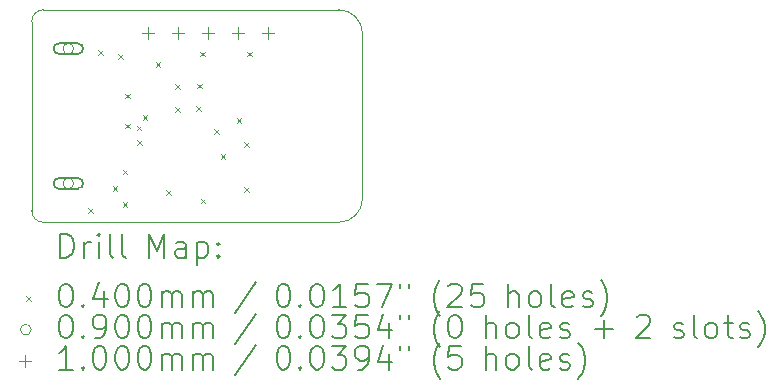
<source format=gbr>
%TF.GenerationSoftware,KiCad,Pcbnew,(7.0.0)*%
%TF.CreationDate,2023-02-23T15:33:38+08:00*%
%TF.ProjectId,CK,434b2e6b-6963-4616-945f-706362585858,rev?*%
%TF.SameCoordinates,Original*%
%TF.FileFunction,Drillmap*%
%TF.FilePolarity,Positive*%
%FSLAX45Y45*%
G04 Gerber Fmt 4.5, Leading zero omitted, Abs format (unit mm)*
G04 Created by KiCad (PCBNEW (7.0.0)) date 2023-02-23 15:33:38*
%MOMM*%
%LPD*%
G01*
G04 APERTURE LIST*
%ADD10C,0.100000*%
%ADD11C,0.200000*%
%ADD12C,0.040000*%
%ADD13C,0.090000*%
G04 APERTURE END LIST*
D10*
X12030000Y-9830000D02*
G75*
G03*
X11830000Y-9630000I-200000J0D01*
G01*
X9330000Y-11430000D02*
X11830000Y-11430000D01*
X12030000Y-11230000D02*
X12030000Y-9830000D01*
X9230000Y-11330000D02*
G75*
G03*
X9330000Y-11430000I100000J0D01*
G01*
X11830000Y-11430000D02*
G75*
G03*
X12030000Y-11230000I0J200000D01*
G01*
X9230000Y-9730000D02*
X9230000Y-11330000D01*
X11830000Y-9630000D02*
X9330000Y-9630000D01*
X9330000Y-9630000D02*
G75*
G03*
X9230000Y-9730000I0J-100000D01*
G01*
D11*
D12*
X9710000Y-11310000D02*
X9750000Y-11350000D01*
X9750000Y-11310000D02*
X9710000Y-11350000D01*
X9790000Y-9970000D02*
X9830000Y-10010000D01*
X9830000Y-9970000D02*
X9790000Y-10010000D01*
X9916300Y-11125000D02*
X9956300Y-11165000D01*
X9956300Y-11125000D02*
X9916300Y-11165000D01*
X9960000Y-10005000D02*
X10000000Y-10045000D01*
X10000000Y-10005000D02*
X9960000Y-10045000D01*
X10000000Y-11260000D02*
X10040000Y-11300000D01*
X10040000Y-11260000D02*
X10000000Y-11300000D01*
X10001250Y-10983750D02*
X10041250Y-11023750D01*
X10041250Y-10983750D02*
X10001250Y-11023750D01*
X10020000Y-10340000D02*
X10060000Y-10380000D01*
X10060000Y-10340000D02*
X10020000Y-10380000D01*
X10020000Y-10595000D02*
X10060000Y-10635000D01*
X10060000Y-10595000D02*
X10020000Y-10635000D01*
X10118660Y-10611008D02*
X10158660Y-10651008D01*
X10158660Y-10611008D02*
X10118660Y-10651008D01*
X10120000Y-10735000D02*
X10160000Y-10775000D01*
X10160000Y-10735000D02*
X10120000Y-10775000D01*
X10170000Y-10525000D02*
X10210000Y-10565000D01*
X10210000Y-10525000D02*
X10170000Y-10565000D01*
X10280000Y-10075000D02*
X10320000Y-10115000D01*
X10320000Y-10075000D02*
X10280000Y-10115000D01*
X10370000Y-11156000D02*
X10410000Y-11196000D01*
X10410000Y-11156000D02*
X10370000Y-11196000D01*
X10445000Y-10260000D02*
X10485000Y-10300000D01*
X10485000Y-10260000D02*
X10445000Y-10300000D01*
X10445000Y-10455000D02*
X10485000Y-10495000D01*
X10485000Y-10455000D02*
X10445000Y-10495000D01*
X10622500Y-10447500D02*
X10662500Y-10487500D01*
X10662500Y-10447500D02*
X10622500Y-10487500D01*
X10630000Y-10255000D02*
X10670000Y-10295000D01*
X10670000Y-10255000D02*
X10630000Y-10295000D01*
X10655000Y-9985000D02*
X10695000Y-10025000D01*
X10695000Y-9985000D02*
X10655000Y-10025000D01*
X10660000Y-11230000D02*
X10700000Y-11270000D01*
X10700000Y-11230000D02*
X10660000Y-11270000D01*
X10775000Y-10640000D02*
X10815000Y-10680000D01*
X10815000Y-10640000D02*
X10775000Y-10680000D01*
X10830000Y-10850000D02*
X10870000Y-10890000D01*
X10870000Y-10850000D02*
X10830000Y-10890000D01*
X10965000Y-10545000D02*
X11005000Y-10585000D01*
X11005000Y-10545000D02*
X10965000Y-10585000D01*
X11030000Y-10750000D02*
X11070000Y-10790000D01*
X11070000Y-10750000D02*
X11030000Y-10790000D01*
X11030000Y-11130000D02*
X11070000Y-11170000D01*
X11070000Y-11130000D02*
X11030000Y-11170000D01*
X11055000Y-9985000D02*
X11095000Y-10025000D01*
X11095000Y-9985000D02*
X11055000Y-10025000D01*
D13*
X9585000Y-9960000D02*
G75*
G03*
X9585000Y-9960000I-45000J0D01*
G01*
D11*
X9620000Y-9915000D02*
X9460000Y-9915000D01*
X9460000Y-9915000D02*
G75*
G03*
X9460000Y-10005000I0J-45000D01*
G01*
X9460000Y-10005000D02*
X9620000Y-10005000D01*
X9620000Y-10005000D02*
G75*
G03*
X9620000Y-9915000I0J45000D01*
G01*
D13*
X9585000Y-11100000D02*
G75*
G03*
X9585000Y-11100000I-45000J0D01*
G01*
D11*
X9620000Y-11055000D02*
X9460000Y-11055000D01*
X9460000Y-11055000D02*
G75*
G03*
X9460000Y-11145000I0J-45000D01*
G01*
X9460000Y-11145000D02*
X9620000Y-11145000D01*
X9620000Y-11145000D02*
G75*
G03*
X9620000Y-11055000I0J45000D01*
G01*
D10*
X10216000Y-9775000D02*
X10216000Y-9875000D01*
X10166000Y-9825000D02*
X10266000Y-9825000D01*
X10470000Y-9775000D02*
X10470000Y-9875000D01*
X10420000Y-9825000D02*
X10520000Y-9825000D01*
X10724000Y-9775000D02*
X10724000Y-9875000D01*
X10674000Y-9825000D02*
X10774000Y-9825000D01*
X10978000Y-9775000D02*
X10978000Y-9875000D01*
X10928000Y-9825000D02*
X11028000Y-9825000D01*
X11232000Y-9775000D02*
X11232000Y-9875000D01*
X11182000Y-9825000D02*
X11282000Y-9825000D01*
D11*
X9472619Y-11728476D02*
X9472619Y-11528476D01*
X9472619Y-11528476D02*
X9520238Y-11528476D01*
X9520238Y-11528476D02*
X9548810Y-11538000D01*
X9548810Y-11538000D02*
X9567857Y-11557048D01*
X9567857Y-11557048D02*
X9577381Y-11576095D01*
X9577381Y-11576095D02*
X9586905Y-11614190D01*
X9586905Y-11614190D02*
X9586905Y-11642762D01*
X9586905Y-11642762D02*
X9577381Y-11680857D01*
X9577381Y-11680857D02*
X9567857Y-11699905D01*
X9567857Y-11699905D02*
X9548810Y-11718952D01*
X9548810Y-11718952D02*
X9520238Y-11728476D01*
X9520238Y-11728476D02*
X9472619Y-11728476D01*
X9672619Y-11728476D02*
X9672619Y-11595143D01*
X9672619Y-11633238D02*
X9682143Y-11614190D01*
X9682143Y-11614190D02*
X9691667Y-11604667D01*
X9691667Y-11604667D02*
X9710714Y-11595143D01*
X9710714Y-11595143D02*
X9729762Y-11595143D01*
X9796429Y-11728476D02*
X9796429Y-11595143D01*
X9796429Y-11528476D02*
X9786905Y-11538000D01*
X9786905Y-11538000D02*
X9796429Y-11547524D01*
X9796429Y-11547524D02*
X9805952Y-11538000D01*
X9805952Y-11538000D02*
X9796429Y-11528476D01*
X9796429Y-11528476D02*
X9796429Y-11547524D01*
X9920238Y-11728476D02*
X9901190Y-11718952D01*
X9901190Y-11718952D02*
X9891667Y-11699905D01*
X9891667Y-11699905D02*
X9891667Y-11528476D01*
X10025000Y-11728476D02*
X10005952Y-11718952D01*
X10005952Y-11718952D02*
X9996429Y-11699905D01*
X9996429Y-11699905D02*
X9996429Y-11528476D01*
X10221190Y-11728476D02*
X10221190Y-11528476D01*
X10221190Y-11528476D02*
X10287857Y-11671333D01*
X10287857Y-11671333D02*
X10354524Y-11528476D01*
X10354524Y-11528476D02*
X10354524Y-11728476D01*
X10535476Y-11728476D02*
X10535476Y-11623714D01*
X10535476Y-11623714D02*
X10525952Y-11604667D01*
X10525952Y-11604667D02*
X10506905Y-11595143D01*
X10506905Y-11595143D02*
X10468809Y-11595143D01*
X10468809Y-11595143D02*
X10449762Y-11604667D01*
X10535476Y-11718952D02*
X10516429Y-11728476D01*
X10516429Y-11728476D02*
X10468809Y-11728476D01*
X10468809Y-11728476D02*
X10449762Y-11718952D01*
X10449762Y-11718952D02*
X10440238Y-11699905D01*
X10440238Y-11699905D02*
X10440238Y-11680857D01*
X10440238Y-11680857D02*
X10449762Y-11661809D01*
X10449762Y-11661809D02*
X10468809Y-11652286D01*
X10468809Y-11652286D02*
X10516429Y-11652286D01*
X10516429Y-11652286D02*
X10535476Y-11642762D01*
X10630714Y-11595143D02*
X10630714Y-11795143D01*
X10630714Y-11604667D02*
X10649762Y-11595143D01*
X10649762Y-11595143D02*
X10687857Y-11595143D01*
X10687857Y-11595143D02*
X10706905Y-11604667D01*
X10706905Y-11604667D02*
X10716429Y-11614190D01*
X10716429Y-11614190D02*
X10725952Y-11633238D01*
X10725952Y-11633238D02*
X10725952Y-11690381D01*
X10725952Y-11690381D02*
X10716429Y-11709428D01*
X10716429Y-11709428D02*
X10706905Y-11718952D01*
X10706905Y-11718952D02*
X10687857Y-11728476D01*
X10687857Y-11728476D02*
X10649762Y-11728476D01*
X10649762Y-11728476D02*
X10630714Y-11718952D01*
X10811667Y-11709428D02*
X10821190Y-11718952D01*
X10821190Y-11718952D02*
X10811667Y-11728476D01*
X10811667Y-11728476D02*
X10802143Y-11718952D01*
X10802143Y-11718952D02*
X10811667Y-11709428D01*
X10811667Y-11709428D02*
X10811667Y-11728476D01*
X10811667Y-11604667D02*
X10821190Y-11614190D01*
X10821190Y-11614190D02*
X10811667Y-11623714D01*
X10811667Y-11623714D02*
X10802143Y-11614190D01*
X10802143Y-11614190D02*
X10811667Y-11604667D01*
X10811667Y-11604667D02*
X10811667Y-11623714D01*
D12*
X9185000Y-12055000D02*
X9225000Y-12095000D01*
X9225000Y-12055000D02*
X9185000Y-12095000D01*
D11*
X9510714Y-11948476D02*
X9529762Y-11948476D01*
X9529762Y-11948476D02*
X9548810Y-11958000D01*
X9548810Y-11958000D02*
X9558333Y-11967524D01*
X9558333Y-11967524D02*
X9567857Y-11986571D01*
X9567857Y-11986571D02*
X9577381Y-12024667D01*
X9577381Y-12024667D02*
X9577381Y-12072286D01*
X9577381Y-12072286D02*
X9567857Y-12110381D01*
X9567857Y-12110381D02*
X9558333Y-12129428D01*
X9558333Y-12129428D02*
X9548810Y-12138952D01*
X9548810Y-12138952D02*
X9529762Y-12148476D01*
X9529762Y-12148476D02*
X9510714Y-12148476D01*
X9510714Y-12148476D02*
X9491667Y-12138952D01*
X9491667Y-12138952D02*
X9482143Y-12129428D01*
X9482143Y-12129428D02*
X9472619Y-12110381D01*
X9472619Y-12110381D02*
X9463095Y-12072286D01*
X9463095Y-12072286D02*
X9463095Y-12024667D01*
X9463095Y-12024667D02*
X9472619Y-11986571D01*
X9472619Y-11986571D02*
X9482143Y-11967524D01*
X9482143Y-11967524D02*
X9491667Y-11958000D01*
X9491667Y-11958000D02*
X9510714Y-11948476D01*
X9663095Y-12129428D02*
X9672619Y-12138952D01*
X9672619Y-12138952D02*
X9663095Y-12148476D01*
X9663095Y-12148476D02*
X9653571Y-12138952D01*
X9653571Y-12138952D02*
X9663095Y-12129428D01*
X9663095Y-12129428D02*
X9663095Y-12148476D01*
X9844048Y-12015143D02*
X9844048Y-12148476D01*
X9796429Y-11938952D02*
X9748810Y-12081809D01*
X9748810Y-12081809D02*
X9872619Y-12081809D01*
X9986905Y-11948476D02*
X10005952Y-11948476D01*
X10005952Y-11948476D02*
X10025000Y-11958000D01*
X10025000Y-11958000D02*
X10034524Y-11967524D01*
X10034524Y-11967524D02*
X10044048Y-11986571D01*
X10044048Y-11986571D02*
X10053571Y-12024667D01*
X10053571Y-12024667D02*
X10053571Y-12072286D01*
X10053571Y-12072286D02*
X10044048Y-12110381D01*
X10044048Y-12110381D02*
X10034524Y-12129428D01*
X10034524Y-12129428D02*
X10025000Y-12138952D01*
X10025000Y-12138952D02*
X10005952Y-12148476D01*
X10005952Y-12148476D02*
X9986905Y-12148476D01*
X9986905Y-12148476D02*
X9967857Y-12138952D01*
X9967857Y-12138952D02*
X9958333Y-12129428D01*
X9958333Y-12129428D02*
X9948810Y-12110381D01*
X9948810Y-12110381D02*
X9939286Y-12072286D01*
X9939286Y-12072286D02*
X9939286Y-12024667D01*
X9939286Y-12024667D02*
X9948810Y-11986571D01*
X9948810Y-11986571D02*
X9958333Y-11967524D01*
X9958333Y-11967524D02*
X9967857Y-11958000D01*
X9967857Y-11958000D02*
X9986905Y-11948476D01*
X10177381Y-11948476D02*
X10196429Y-11948476D01*
X10196429Y-11948476D02*
X10215476Y-11958000D01*
X10215476Y-11958000D02*
X10225000Y-11967524D01*
X10225000Y-11967524D02*
X10234524Y-11986571D01*
X10234524Y-11986571D02*
X10244048Y-12024667D01*
X10244048Y-12024667D02*
X10244048Y-12072286D01*
X10244048Y-12072286D02*
X10234524Y-12110381D01*
X10234524Y-12110381D02*
X10225000Y-12129428D01*
X10225000Y-12129428D02*
X10215476Y-12138952D01*
X10215476Y-12138952D02*
X10196429Y-12148476D01*
X10196429Y-12148476D02*
X10177381Y-12148476D01*
X10177381Y-12148476D02*
X10158333Y-12138952D01*
X10158333Y-12138952D02*
X10148810Y-12129428D01*
X10148810Y-12129428D02*
X10139286Y-12110381D01*
X10139286Y-12110381D02*
X10129762Y-12072286D01*
X10129762Y-12072286D02*
X10129762Y-12024667D01*
X10129762Y-12024667D02*
X10139286Y-11986571D01*
X10139286Y-11986571D02*
X10148810Y-11967524D01*
X10148810Y-11967524D02*
X10158333Y-11958000D01*
X10158333Y-11958000D02*
X10177381Y-11948476D01*
X10329762Y-12148476D02*
X10329762Y-12015143D01*
X10329762Y-12034190D02*
X10339286Y-12024667D01*
X10339286Y-12024667D02*
X10358333Y-12015143D01*
X10358333Y-12015143D02*
X10386905Y-12015143D01*
X10386905Y-12015143D02*
X10405952Y-12024667D01*
X10405952Y-12024667D02*
X10415476Y-12043714D01*
X10415476Y-12043714D02*
X10415476Y-12148476D01*
X10415476Y-12043714D02*
X10425000Y-12024667D01*
X10425000Y-12024667D02*
X10444048Y-12015143D01*
X10444048Y-12015143D02*
X10472619Y-12015143D01*
X10472619Y-12015143D02*
X10491667Y-12024667D01*
X10491667Y-12024667D02*
X10501191Y-12043714D01*
X10501191Y-12043714D02*
X10501191Y-12148476D01*
X10596429Y-12148476D02*
X10596429Y-12015143D01*
X10596429Y-12034190D02*
X10605952Y-12024667D01*
X10605952Y-12024667D02*
X10625000Y-12015143D01*
X10625000Y-12015143D02*
X10653572Y-12015143D01*
X10653572Y-12015143D02*
X10672619Y-12024667D01*
X10672619Y-12024667D02*
X10682143Y-12043714D01*
X10682143Y-12043714D02*
X10682143Y-12148476D01*
X10682143Y-12043714D02*
X10691667Y-12024667D01*
X10691667Y-12024667D02*
X10710714Y-12015143D01*
X10710714Y-12015143D02*
X10739286Y-12015143D01*
X10739286Y-12015143D02*
X10758333Y-12024667D01*
X10758333Y-12024667D02*
X10767857Y-12043714D01*
X10767857Y-12043714D02*
X10767857Y-12148476D01*
X11125952Y-11938952D02*
X10954524Y-12196095D01*
X11350714Y-11948476D02*
X11369762Y-11948476D01*
X11369762Y-11948476D02*
X11388810Y-11958000D01*
X11388810Y-11958000D02*
X11398333Y-11967524D01*
X11398333Y-11967524D02*
X11407857Y-11986571D01*
X11407857Y-11986571D02*
X11417381Y-12024667D01*
X11417381Y-12024667D02*
X11417381Y-12072286D01*
X11417381Y-12072286D02*
X11407857Y-12110381D01*
X11407857Y-12110381D02*
X11398333Y-12129428D01*
X11398333Y-12129428D02*
X11388810Y-12138952D01*
X11388810Y-12138952D02*
X11369762Y-12148476D01*
X11369762Y-12148476D02*
X11350714Y-12148476D01*
X11350714Y-12148476D02*
X11331667Y-12138952D01*
X11331667Y-12138952D02*
X11322143Y-12129428D01*
X11322143Y-12129428D02*
X11312619Y-12110381D01*
X11312619Y-12110381D02*
X11303095Y-12072286D01*
X11303095Y-12072286D02*
X11303095Y-12024667D01*
X11303095Y-12024667D02*
X11312619Y-11986571D01*
X11312619Y-11986571D02*
X11322143Y-11967524D01*
X11322143Y-11967524D02*
X11331667Y-11958000D01*
X11331667Y-11958000D02*
X11350714Y-11948476D01*
X11503095Y-12129428D02*
X11512619Y-12138952D01*
X11512619Y-12138952D02*
X11503095Y-12148476D01*
X11503095Y-12148476D02*
X11493571Y-12138952D01*
X11493571Y-12138952D02*
X11503095Y-12129428D01*
X11503095Y-12129428D02*
X11503095Y-12148476D01*
X11636429Y-11948476D02*
X11655476Y-11948476D01*
X11655476Y-11948476D02*
X11674524Y-11958000D01*
X11674524Y-11958000D02*
X11684048Y-11967524D01*
X11684048Y-11967524D02*
X11693571Y-11986571D01*
X11693571Y-11986571D02*
X11703095Y-12024667D01*
X11703095Y-12024667D02*
X11703095Y-12072286D01*
X11703095Y-12072286D02*
X11693571Y-12110381D01*
X11693571Y-12110381D02*
X11684048Y-12129428D01*
X11684048Y-12129428D02*
X11674524Y-12138952D01*
X11674524Y-12138952D02*
X11655476Y-12148476D01*
X11655476Y-12148476D02*
X11636429Y-12148476D01*
X11636429Y-12148476D02*
X11617381Y-12138952D01*
X11617381Y-12138952D02*
X11607857Y-12129428D01*
X11607857Y-12129428D02*
X11598333Y-12110381D01*
X11598333Y-12110381D02*
X11588810Y-12072286D01*
X11588810Y-12072286D02*
X11588810Y-12024667D01*
X11588810Y-12024667D02*
X11598333Y-11986571D01*
X11598333Y-11986571D02*
X11607857Y-11967524D01*
X11607857Y-11967524D02*
X11617381Y-11958000D01*
X11617381Y-11958000D02*
X11636429Y-11948476D01*
X11893571Y-12148476D02*
X11779286Y-12148476D01*
X11836429Y-12148476D02*
X11836429Y-11948476D01*
X11836429Y-11948476D02*
X11817381Y-11977048D01*
X11817381Y-11977048D02*
X11798333Y-11996095D01*
X11798333Y-11996095D02*
X11779286Y-12005619D01*
X12074524Y-11948476D02*
X11979286Y-11948476D01*
X11979286Y-11948476D02*
X11969762Y-12043714D01*
X11969762Y-12043714D02*
X11979286Y-12034190D01*
X11979286Y-12034190D02*
X11998333Y-12024667D01*
X11998333Y-12024667D02*
X12045952Y-12024667D01*
X12045952Y-12024667D02*
X12065000Y-12034190D01*
X12065000Y-12034190D02*
X12074524Y-12043714D01*
X12074524Y-12043714D02*
X12084048Y-12062762D01*
X12084048Y-12062762D02*
X12084048Y-12110381D01*
X12084048Y-12110381D02*
X12074524Y-12129428D01*
X12074524Y-12129428D02*
X12065000Y-12138952D01*
X12065000Y-12138952D02*
X12045952Y-12148476D01*
X12045952Y-12148476D02*
X11998333Y-12148476D01*
X11998333Y-12148476D02*
X11979286Y-12138952D01*
X11979286Y-12138952D02*
X11969762Y-12129428D01*
X12150714Y-11948476D02*
X12284048Y-11948476D01*
X12284048Y-11948476D02*
X12198333Y-12148476D01*
X12350714Y-11948476D02*
X12350714Y-11986571D01*
X12426905Y-11948476D02*
X12426905Y-11986571D01*
X12689762Y-12224667D02*
X12680238Y-12215143D01*
X12680238Y-12215143D02*
X12661191Y-12186571D01*
X12661191Y-12186571D02*
X12651667Y-12167524D01*
X12651667Y-12167524D02*
X12642143Y-12138952D01*
X12642143Y-12138952D02*
X12632619Y-12091333D01*
X12632619Y-12091333D02*
X12632619Y-12053238D01*
X12632619Y-12053238D02*
X12642143Y-12005619D01*
X12642143Y-12005619D02*
X12651667Y-11977048D01*
X12651667Y-11977048D02*
X12661191Y-11958000D01*
X12661191Y-11958000D02*
X12680238Y-11929428D01*
X12680238Y-11929428D02*
X12689762Y-11919905D01*
X12756429Y-11967524D02*
X12765952Y-11958000D01*
X12765952Y-11958000D02*
X12785000Y-11948476D01*
X12785000Y-11948476D02*
X12832619Y-11948476D01*
X12832619Y-11948476D02*
X12851667Y-11958000D01*
X12851667Y-11958000D02*
X12861191Y-11967524D01*
X12861191Y-11967524D02*
X12870714Y-11986571D01*
X12870714Y-11986571D02*
X12870714Y-12005619D01*
X12870714Y-12005619D02*
X12861191Y-12034190D01*
X12861191Y-12034190D02*
X12746905Y-12148476D01*
X12746905Y-12148476D02*
X12870714Y-12148476D01*
X13051667Y-11948476D02*
X12956429Y-11948476D01*
X12956429Y-11948476D02*
X12946905Y-12043714D01*
X12946905Y-12043714D02*
X12956429Y-12034190D01*
X12956429Y-12034190D02*
X12975476Y-12024667D01*
X12975476Y-12024667D02*
X13023095Y-12024667D01*
X13023095Y-12024667D02*
X13042143Y-12034190D01*
X13042143Y-12034190D02*
X13051667Y-12043714D01*
X13051667Y-12043714D02*
X13061191Y-12062762D01*
X13061191Y-12062762D02*
X13061191Y-12110381D01*
X13061191Y-12110381D02*
X13051667Y-12129428D01*
X13051667Y-12129428D02*
X13042143Y-12138952D01*
X13042143Y-12138952D02*
X13023095Y-12148476D01*
X13023095Y-12148476D02*
X12975476Y-12148476D01*
X12975476Y-12148476D02*
X12956429Y-12138952D01*
X12956429Y-12138952D02*
X12946905Y-12129428D01*
X13266905Y-12148476D02*
X13266905Y-11948476D01*
X13352619Y-12148476D02*
X13352619Y-12043714D01*
X13352619Y-12043714D02*
X13343095Y-12024667D01*
X13343095Y-12024667D02*
X13324048Y-12015143D01*
X13324048Y-12015143D02*
X13295476Y-12015143D01*
X13295476Y-12015143D02*
X13276429Y-12024667D01*
X13276429Y-12024667D02*
X13266905Y-12034190D01*
X13476429Y-12148476D02*
X13457381Y-12138952D01*
X13457381Y-12138952D02*
X13447857Y-12129428D01*
X13447857Y-12129428D02*
X13438333Y-12110381D01*
X13438333Y-12110381D02*
X13438333Y-12053238D01*
X13438333Y-12053238D02*
X13447857Y-12034190D01*
X13447857Y-12034190D02*
X13457381Y-12024667D01*
X13457381Y-12024667D02*
X13476429Y-12015143D01*
X13476429Y-12015143D02*
X13505000Y-12015143D01*
X13505000Y-12015143D02*
X13524048Y-12024667D01*
X13524048Y-12024667D02*
X13533572Y-12034190D01*
X13533572Y-12034190D02*
X13543095Y-12053238D01*
X13543095Y-12053238D02*
X13543095Y-12110381D01*
X13543095Y-12110381D02*
X13533572Y-12129428D01*
X13533572Y-12129428D02*
X13524048Y-12138952D01*
X13524048Y-12138952D02*
X13505000Y-12148476D01*
X13505000Y-12148476D02*
X13476429Y-12148476D01*
X13657381Y-12148476D02*
X13638333Y-12138952D01*
X13638333Y-12138952D02*
X13628810Y-12119905D01*
X13628810Y-12119905D02*
X13628810Y-11948476D01*
X13809762Y-12138952D02*
X13790714Y-12148476D01*
X13790714Y-12148476D02*
X13752619Y-12148476D01*
X13752619Y-12148476D02*
X13733572Y-12138952D01*
X13733572Y-12138952D02*
X13724048Y-12119905D01*
X13724048Y-12119905D02*
X13724048Y-12043714D01*
X13724048Y-12043714D02*
X13733572Y-12024667D01*
X13733572Y-12024667D02*
X13752619Y-12015143D01*
X13752619Y-12015143D02*
X13790714Y-12015143D01*
X13790714Y-12015143D02*
X13809762Y-12024667D01*
X13809762Y-12024667D02*
X13819286Y-12043714D01*
X13819286Y-12043714D02*
X13819286Y-12062762D01*
X13819286Y-12062762D02*
X13724048Y-12081809D01*
X13895476Y-12138952D02*
X13914524Y-12148476D01*
X13914524Y-12148476D02*
X13952619Y-12148476D01*
X13952619Y-12148476D02*
X13971667Y-12138952D01*
X13971667Y-12138952D02*
X13981191Y-12119905D01*
X13981191Y-12119905D02*
X13981191Y-12110381D01*
X13981191Y-12110381D02*
X13971667Y-12091333D01*
X13971667Y-12091333D02*
X13952619Y-12081809D01*
X13952619Y-12081809D02*
X13924048Y-12081809D01*
X13924048Y-12081809D02*
X13905000Y-12072286D01*
X13905000Y-12072286D02*
X13895476Y-12053238D01*
X13895476Y-12053238D02*
X13895476Y-12043714D01*
X13895476Y-12043714D02*
X13905000Y-12024667D01*
X13905000Y-12024667D02*
X13924048Y-12015143D01*
X13924048Y-12015143D02*
X13952619Y-12015143D01*
X13952619Y-12015143D02*
X13971667Y-12024667D01*
X14047857Y-12224667D02*
X14057381Y-12215143D01*
X14057381Y-12215143D02*
X14076429Y-12186571D01*
X14076429Y-12186571D02*
X14085953Y-12167524D01*
X14085953Y-12167524D02*
X14095476Y-12138952D01*
X14095476Y-12138952D02*
X14105000Y-12091333D01*
X14105000Y-12091333D02*
X14105000Y-12053238D01*
X14105000Y-12053238D02*
X14095476Y-12005619D01*
X14095476Y-12005619D02*
X14085953Y-11977048D01*
X14085953Y-11977048D02*
X14076429Y-11958000D01*
X14076429Y-11958000D02*
X14057381Y-11929428D01*
X14057381Y-11929428D02*
X14047857Y-11919905D01*
D13*
X9225000Y-12339000D02*
G75*
G03*
X9225000Y-12339000I-45000J0D01*
G01*
D11*
X9510714Y-12212476D02*
X9529762Y-12212476D01*
X9529762Y-12212476D02*
X9548810Y-12222000D01*
X9548810Y-12222000D02*
X9558333Y-12231524D01*
X9558333Y-12231524D02*
X9567857Y-12250571D01*
X9567857Y-12250571D02*
X9577381Y-12288667D01*
X9577381Y-12288667D02*
X9577381Y-12336286D01*
X9577381Y-12336286D02*
X9567857Y-12374381D01*
X9567857Y-12374381D02*
X9558333Y-12393428D01*
X9558333Y-12393428D02*
X9548810Y-12402952D01*
X9548810Y-12402952D02*
X9529762Y-12412476D01*
X9529762Y-12412476D02*
X9510714Y-12412476D01*
X9510714Y-12412476D02*
X9491667Y-12402952D01*
X9491667Y-12402952D02*
X9482143Y-12393428D01*
X9482143Y-12393428D02*
X9472619Y-12374381D01*
X9472619Y-12374381D02*
X9463095Y-12336286D01*
X9463095Y-12336286D02*
X9463095Y-12288667D01*
X9463095Y-12288667D02*
X9472619Y-12250571D01*
X9472619Y-12250571D02*
X9482143Y-12231524D01*
X9482143Y-12231524D02*
X9491667Y-12222000D01*
X9491667Y-12222000D02*
X9510714Y-12212476D01*
X9663095Y-12393428D02*
X9672619Y-12402952D01*
X9672619Y-12402952D02*
X9663095Y-12412476D01*
X9663095Y-12412476D02*
X9653571Y-12402952D01*
X9653571Y-12402952D02*
X9663095Y-12393428D01*
X9663095Y-12393428D02*
X9663095Y-12412476D01*
X9767857Y-12412476D02*
X9805952Y-12412476D01*
X9805952Y-12412476D02*
X9825000Y-12402952D01*
X9825000Y-12402952D02*
X9834524Y-12393428D01*
X9834524Y-12393428D02*
X9853571Y-12364857D01*
X9853571Y-12364857D02*
X9863095Y-12326762D01*
X9863095Y-12326762D02*
X9863095Y-12250571D01*
X9863095Y-12250571D02*
X9853571Y-12231524D01*
X9853571Y-12231524D02*
X9844048Y-12222000D01*
X9844048Y-12222000D02*
X9825000Y-12212476D01*
X9825000Y-12212476D02*
X9786905Y-12212476D01*
X9786905Y-12212476D02*
X9767857Y-12222000D01*
X9767857Y-12222000D02*
X9758333Y-12231524D01*
X9758333Y-12231524D02*
X9748810Y-12250571D01*
X9748810Y-12250571D02*
X9748810Y-12298190D01*
X9748810Y-12298190D02*
X9758333Y-12317238D01*
X9758333Y-12317238D02*
X9767857Y-12326762D01*
X9767857Y-12326762D02*
X9786905Y-12336286D01*
X9786905Y-12336286D02*
X9825000Y-12336286D01*
X9825000Y-12336286D02*
X9844048Y-12326762D01*
X9844048Y-12326762D02*
X9853571Y-12317238D01*
X9853571Y-12317238D02*
X9863095Y-12298190D01*
X9986905Y-12212476D02*
X10005952Y-12212476D01*
X10005952Y-12212476D02*
X10025000Y-12222000D01*
X10025000Y-12222000D02*
X10034524Y-12231524D01*
X10034524Y-12231524D02*
X10044048Y-12250571D01*
X10044048Y-12250571D02*
X10053571Y-12288667D01*
X10053571Y-12288667D02*
X10053571Y-12336286D01*
X10053571Y-12336286D02*
X10044048Y-12374381D01*
X10044048Y-12374381D02*
X10034524Y-12393428D01*
X10034524Y-12393428D02*
X10025000Y-12402952D01*
X10025000Y-12402952D02*
X10005952Y-12412476D01*
X10005952Y-12412476D02*
X9986905Y-12412476D01*
X9986905Y-12412476D02*
X9967857Y-12402952D01*
X9967857Y-12402952D02*
X9958333Y-12393428D01*
X9958333Y-12393428D02*
X9948810Y-12374381D01*
X9948810Y-12374381D02*
X9939286Y-12336286D01*
X9939286Y-12336286D02*
X9939286Y-12288667D01*
X9939286Y-12288667D02*
X9948810Y-12250571D01*
X9948810Y-12250571D02*
X9958333Y-12231524D01*
X9958333Y-12231524D02*
X9967857Y-12222000D01*
X9967857Y-12222000D02*
X9986905Y-12212476D01*
X10177381Y-12212476D02*
X10196429Y-12212476D01*
X10196429Y-12212476D02*
X10215476Y-12222000D01*
X10215476Y-12222000D02*
X10225000Y-12231524D01*
X10225000Y-12231524D02*
X10234524Y-12250571D01*
X10234524Y-12250571D02*
X10244048Y-12288667D01*
X10244048Y-12288667D02*
X10244048Y-12336286D01*
X10244048Y-12336286D02*
X10234524Y-12374381D01*
X10234524Y-12374381D02*
X10225000Y-12393428D01*
X10225000Y-12393428D02*
X10215476Y-12402952D01*
X10215476Y-12402952D02*
X10196429Y-12412476D01*
X10196429Y-12412476D02*
X10177381Y-12412476D01*
X10177381Y-12412476D02*
X10158333Y-12402952D01*
X10158333Y-12402952D02*
X10148810Y-12393428D01*
X10148810Y-12393428D02*
X10139286Y-12374381D01*
X10139286Y-12374381D02*
X10129762Y-12336286D01*
X10129762Y-12336286D02*
X10129762Y-12288667D01*
X10129762Y-12288667D02*
X10139286Y-12250571D01*
X10139286Y-12250571D02*
X10148810Y-12231524D01*
X10148810Y-12231524D02*
X10158333Y-12222000D01*
X10158333Y-12222000D02*
X10177381Y-12212476D01*
X10329762Y-12412476D02*
X10329762Y-12279143D01*
X10329762Y-12298190D02*
X10339286Y-12288667D01*
X10339286Y-12288667D02*
X10358333Y-12279143D01*
X10358333Y-12279143D02*
X10386905Y-12279143D01*
X10386905Y-12279143D02*
X10405952Y-12288667D01*
X10405952Y-12288667D02*
X10415476Y-12307714D01*
X10415476Y-12307714D02*
X10415476Y-12412476D01*
X10415476Y-12307714D02*
X10425000Y-12288667D01*
X10425000Y-12288667D02*
X10444048Y-12279143D01*
X10444048Y-12279143D02*
X10472619Y-12279143D01*
X10472619Y-12279143D02*
X10491667Y-12288667D01*
X10491667Y-12288667D02*
X10501191Y-12307714D01*
X10501191Y-12307714D02*
X10501191Y-12412476D01*
X10596429Y-12412476D02*
X10596429Y-12279143D01*
X10596429Y-12298190D02*
X10605952Y-12288667D01*
X10605952Y-12288667D02*
X10625000Y-12279143D01*
X10625000Y-12279143D02*
X10653572Y-12279143D01*
X10653572Y-12279143D02*
X10672619Y-12288667D01*
X10672619Y-12288667D02*
X10682143Y-12307714D01*
X10682143Y-12307714D02*
X10682143Y-12412476D01*
X10682143Y-12307714D02*
X10691667Y-12288667D01*
X10691667Y-12288667D02*
X10710714Y-12279143D01*
X10710714Y-12279143D02*
X10739286Y-12279143D01*
X10739286Y-12279143D02*
X10758333Y-12288667D01*
X10758333Y-12288667D02*
X10767857Y-12307714D01*
X10767857Y-12307714D02*
X10767857Y-12412476D01*
X11125952Y-12202952D02*
X10954524Y-12460095D01*
X11350714Y-12212476D02*
X11369762Y-12212476D01*
X11369762Y-12212476D02*
X11388810Y-12222000D01*
X11388810Y-12222000D02*
X11398333Y-12231524D01*
X11398333Y-12231524D02*
X11407857Y-12250571D01*
X11407857Y-12250571D02*
X11417381Y-12288667D01*
X11417381Y-12288667D02*
X11417381Y-12336286D01*
X11417381Y-12336286D02*
X11407857Y-12374381D01*
X11407857Y-12374381D02*
X11398333Y-12393428D01*
X11398333Y-12393428D02*
X11388810Y-12402952D01*
X11388810Y-12402952D02*
X11369762Y-12412476D01*
X11369762Y-12412476D02*
X11350714Y-12412476D01*
X11350714Y-12412476D02*
X11331667Y-12402952D01*
X11331667Y-12402952D02*
X11322143Y-12393428D01*
X11322143Y-12393428D02*
X11312619Y-12374381D01*
X11312619Y-12374381D02*
X11303095Y-12336286D01*
X11303095Y-12336286D02*
X11303095Y-12288667D01*
X11303095Y-12288667D02*
X11312619Y-12250571D01*
X11312619Y-12250571D02*
X11322143Y-12231524D01*
X11322143Y-12231524D02*
X11331667Y-12222000D01*
X11331667Y-12222000D02*
X11350714Y-12212476D01*
X11503095Y-12393428D02*
X11512619Y-12402952D01*
X11512619Y-12402952D02*
X11503095Y-12412476D01*
X11503095Y-12412476D02*
X11493571Y-12402952D01*
X11493571Y-12402952D02*
X11503095Y-12393428D01*
X11503095Y-12393428D02*
X11503095Y-12412476D01*
X11636429Y-12212476D02*
X11655476Y-12212476D01*
X11655476Y-12212476D02*
X11674524Y-12222000D01*
X11674524Y-12222000D02*
X11684048Y-12231524D01*
X11684048Y-12231524D02*
X11693571Y-12250571D01*
X11693571Y-12250571D02*
X11703095Y-12288667D01*
X11703095Y-12288667D02*
X11703095Y-12336286D01*
X11703095Y-12336286D02*
X11693571Y-12374381D01*
X11693571Y-12374381D02*
X11684048Y-12393428D01*
X11684048Y-12393428D02*
X11674524Y-12402952D01*
X11674524Y-12402952D02*
X11655476Y-12412476D01*
X11655476Y-12412476D02*
X11636429Y-12412476D01*
X11636429Y-12412476D02*
X11617381Y-12402952D01*
X11617381Y-12402952D02*
X11607857Y-12393428D01*
X11607857Y-12393428D02*
X11598333Y-12374381D01*
X11598333Y-12374381D02*
X11588810Y-12336286D01*
X11588810Y-12336286D02*
X11588810Y-12288667D01*
X11588810Y-12288667D02*
X11598333Y-12250571D01*
X11598333Y-12250571D02*
X11607857Y-12231524D01*
X11607857Y-12231524D02*
X11617381Y-12222000D01*
X11617381Y-12222000D02*
X11636429Y-12212476D01*
X11769762Y-12212476D02*
X11893571Y-12212476D01*
X11893571Y-12212476D02*
X11826905Y-12288667D01*
X11826905Y-12288667D02*
X11855476Y-12288667D01*
X11855476Y-12288667D02*
X11874524Y-12298190D01*
X11874524Y-12298190D02*
X11884048Y-12307714D01*
X11884048Y-12307714D02*
X11893571Y-12326762D01*
X11893571Y-12326762D02*
X11893571Y-12374381D01*
X11893571Y-12374381D02*
X11884048Y-12393428D01*
X11884048Y-12393428D02*
X11874524Y-12402952D01*
X11874524Y-12402952D02*
X11855476Y-12412476D01*
X11855476Y-12412476D02*
X11798333Y-12412476D01*
X11798333Y-12412476D02*
X11779286Y-12402952D01*
X11779286Y-12402952D02*
X11769762Y-12393428D01*
X12074524Y-12212476D02*
X11979286Y-12212476D01*
X11979286Y-12212476D02*
X11969762Y-12307714D01*
X11969762Y-12307714D02*
X11979286Y-12298190D01*
X11979286Y-12298190D02*
X11998333Y-12288667D01*
X11998333Y-12288667D02*
X12045952Y-12288667D01*
X12045952Y-12288667D02*
X12065000Y-12298190D01*
X12065000Y-12298190D02*
X12074524Y-12307714D01*
X12074524Y-12307714D02*
X12084048Y-12326762D01*
X12084048Y-12326762D02*
X12084048Y-12374381D01*
X12084048Y-12374381D02*
X12074524Y-12393428D01*
X12074524Y-12393428D02*
X12065000Y-12402952D01*
X12065000Y-12402952D02*
X12045952Y-12412476D01*
X12045952Y-12412476D02*
X11998333Y-12412476D01*
X11998333Y-12412476D02*
X11979286Y-12402952D01*
X11979286Y-12402952D02*
X11969762Y-12393428D01*
X12255476Y-12279143D02*
X12255476Y-12412476D01*
X12207857Y-12202952D02*
X12160238Y-12345809D01*
X12160238Y-12345809D02*
X12284048Y-12345809D01*
X12350714Y-12212476D02*
X12350714Y-12250571D01*
X12426905Y-12212476D02*
X12426905Y-12250571D01*
X12689762Y-12488667D02*
X12680238Y-12479143D01*
X12680238Y-12479143D02*
X12661191Y-12450571D01*
X12661191Y-12450571D02*
X12651667Y-12431524D01*
X12651667Y-12431524D02*
X12642143Y-12402952D01*
X12642143Y-12402952D02*
X12632619Y-12355333D01*
X12632619Y-12355333D02*
X12632619Y-12317238D01*
X12632619Y-12317238D02*
X12642143Y-12269619D01*
X12642143Y-12269619D02*
X12651667Y-12241048D01*
X12651667Y-12241048D02*
X12661191Y-12222000D01*
X12661191Y-12222000D02*
X12680238Y-12193428D01*
X12680238Y-12193428D02*
X12689762Y-12183905D01*
X12804048Y-12212476D02*
X12823095Y-12212476D01*
X12823095Y-12212476D02*
X12842143Y-12222000D01*
X12842143Y-12222000D02*
X12851667Y-12231524D01*
X12851667Y-12231524D02*
X12861191Y-12250571D01*
X12861191Y-12250571D02*
X12870714Y-12288667D01*
X12870714Y-12288667D02*
X12870714Y-12336286D01*
X12870714Y-12336286D02*
X12861191Y-12374381D01*
X12861191Y-12374381D02*
X12851667Y-12393428D01*
X12851667Y-12393428D02*
X12842143Y-12402952D01*
X12842143Y-12402952D02*
X12823095Y-12412476D01*
X12823095Y-12412476D02*
X12804048Y-12412476D01*
X12804048Y-12412476D02*
X12785000Y-12402952D01*
X12785000Y-12402952D02*
X12775476Y-12393428D01*
X12775476Y-12393428D02*
X12765952Y-12374381D01*
X12765952Y-12374381D02*
X12756429Y-12336286D01*
X12756429Y-12336286D02*
X12756429Y-12288667D01*
X12756429Y-12288667D02*
X12765952Y-12250571D01*
X12765952Y-12250571D02*
X12775476Y-12231524D01*
X12775476Y-12231524D02*
X12785000Y-12222000D01*
X12785000Y-12222000D02*
X12804048Y-12212476D01*
X13076429Y-12412476D02*
X13076429Y-12212476D01*
X13162143Y-12412476D02*
X13162143Y-12307714D01*
X13162143Y-12307714D02*
X13152619Y-12288667D01*
X13152619Y-12288667D02*
X13133572Y-12279143D01*
X13133572Y-12279143D02*
X13105000Y-12279143D01*
X13105000Y-12279143D02*
X13085952Y-12288667D01*
X13085952Y-12288667D02*
X13076429Y-12298190D01*
X13285952Y-12412476D02*
X13266905Y-12402952D01*
X13266905Y-12402952D02*
X13257381Y-12393428D01*
X13257381Y-12393428D02*
X13247857Y-12374381D01*
X13247857Y-12374381D02*
X13247857Y-12317238D01*
X13247857Y-12317238D02*
X13257381Y-12298190D01*
X13257381Y-12298190D02*
X13266905Y-12288667D01*
X13266905Y-12288667D02*
X13285952Y-12279143D01*
X13285952Y-12279143D02*
X13314524Y-12279143D01*
X13314524Y-12279143D02*
X13333572Y-12288667D01*
X13333572Y-12288667D02*
X13343095Y-12298190D01*
X13343095Y-12298190D02*
X13352619Y-12317238D01*
X13352619Y-12317238D02*
X13352619Y-12374381D01*
X13352619Y-12374381D02*
X13343095Y-12393428D01*
X13343095Y-12393428D02*
X13333572Y-12402952D01*
X13333572Y-12402952D02*
X13314524Y-12412476D01*
X13314524Y-12412476D02*
X13285952Y-12412476D01*
X13466905Y-12412476D02*
X13447857Y-12402952D01*
X13447857Y-12402952D02*
X13438333Y-12383905D01*
X13438333Y-12383905D02*
X13438333Y-12212476D01*
X13619286Y-12402952D02*
X13600238Y-12412476D01*
X13600238Y-12412476D02*
X13562143Y-12412476D01*
X13562143Y-12412476D02*
X13543095Y-12402952D01*
X13543095Y-12402952D02*
X13533572Y-12383905D01*
X13533572Y-12383905D02*
X13533572Y-12307714D01*
X13533572Y-12307714D02*
X13543095Y-12288667D01*
X13543095Y-12288667D02*
X13562143Y-12279143D01*
X13562143Y-12279143D02*
X13600238Y-12279143D01*
X13600238Y-12279143D02*
X13619286Y-12288667D01*
X13619286Y-12288667D02*
X13628810Y-12307714D01*
X13628810Y-12307714D02*
X13628810Y-12326762D01*
X13628810Y-12326762D02*
X13533572Y-12345809D01*
X13705000Y-12402952D02*
X13724048Y-12412476D01*
X13724048Y-12412476D02*
X13762143Y-12412476D01*
X13762143Y-12412476D02*
X13781191Y-12402952D01*
X13781191Y-12402952D02*
X13790714Y-12383905D01*
X13790714Y-12383905D02*
X13790714Y-12374381D01*
X13790714Y-12374381D02*
X13781191Y-12355333D01*
X13781191Y-12355333D02*
X13762143Y-12345809D01*
X13762143Y-12345809D02*
X13733572Y-12345809D01*
X13733572Y-12345809D02*
X13714524Y-12336286D01*
X13714524Y-12336286D02*
X13705000Y-12317238D01*
X13705000Y-12317238D02*
X13705000Y-12307714D01*
X13705000Y-12307714D02*
X13714524Y-12288667D01*
X13714524Y-12288667D02*
X13733572Y-12279143D01*
X13733572Y-12279143D02*
X13762143Y-12279143D01*
X13762143Y-12279143D02*
X13781191Y-12288667D01*
X13996429Y-12336286D02*
X14148810Y-12336286D01*
X14072619Y-12412476D02*
X14072619Y-12260095D01*
X14354524Y-12231524D02*
X14364048Y-12222000D01*
X14364048Y-12222000D02*
X14383095Y-12212476D01*
X14383095Y-12212476D02*
X14430714Y-12212476D01*
X14430714Y-12212476D02*
X14449762Y-12222000D01*
X14449762Y-12222000D02*
X14459286Y-12231524D01*
X14459286Y-12231524D02*
X14468810Y-12250571D01*
X14468810Y-12250571D02*
X14468810Y-12269619D01*
X14468810Y-12269619D02*
X14459286Y-12298190D01*
X14459286Y-12298190D02*
X14345000Y-12412476D01*
X14345000Y-12412476D02*
X14468810Y-12412476D01*
X14665000Y-12402952D02*
X14684048Y-12412476D01*
X14684048Y-12412476D02*
X14722143Y-12412476D01*
X14722143Y-12412476D02*
X14741191Y-12402952D01*
X14741191Y-12402952D02*
X14750714Y-12383905D01*
X14750714Y-12383905D02*
X14750714Y-12374381D01*
X14750714Y-12374381D02*
X14741191Y-12355333D01*
X14741191Y-12355333D02*
X14722143Y-12345809D01*
X14722143Y-12345809D02*
X14693572Y-12345809D01*
X14693572Y-12345809D02*
X14674524Y-12336286D01*
X14674524Y-12336286D02*
X14665000Y-12317238D01*
X14665000Y-12317238D02*
X14665000Y-12307714D01*
X14665000Y-12307714D02*
X14674524Y-12288667D01*
X14674524Y-12288667D02*
X14693572Y-12279143D01*
X14693572Y-12279143D02*
X14722143Y-12279143D01*
X14722143Y-12279143D02*
X14741191Y-12288667D01*
X14865000Y-12412476D02*
X14845953Y-12402952D01*
X14845953Y-12402952D02*
X14836429Y-12383905D01*
X14836429Y-12383905D02*
X14836429Y-12212476D01*
X14969762Y-12412476D02*
X14950714Y-12402952D01*
X14950714Y-12402952D02*
X14941191Y-12393428D01*
X14941191Y-12393428D02*
X14931667Y-12374381D01*
X14931667Y-12374381D02*
X14931667Y-12317238D01*
X14931667Y-12317238D02*
X14941191Y-12298190D01*
X14941191Y-12298190D02*
X14950714Y-12288667D01*
X14950714Y-12288667D02*
X14969762Y-12279143D01*
X14969762Y-12279143D02*
X14998334Y-12279143D01*
X14998334Y-12279143D02*
X15017381Y-12288667D01*
X15017381Y-12288667D02*
X15026905Y-12298190D01*
X15026905Y-12298190D02*
X15036429Y-12317238D01*
X15036429Y-12317238D02*
X15036429Y-12374381D01*
X15036429Y-12374381D02*
X15026905Y-12393428D01*
X15026905Y-12393428D02*
X15017381Y-12402952D01*
X15017381Y-12402952D02*
X14998334Y-12412476D01*
X14998334Y-12412476D02*
X14969762Y-12412476D01*
X15093572Y-12279143D02*
X15169762Y-12279143D01*
X15122143Y-12212476D02*
X15122143Y-12383905D01*
X15122143Y-12383905D02*
X15131667Y-12402952D01*
X15131667Y-12402952D02*
X15150714Y-12412476D01*
X15150714Y-12412476D02*
X15169762Y-12412476D01*
X15226905Y-12402952D02*
X15245953Y-12412476D01*
X15245953Y-12412476D02*
X15284048Y-12412476D01*
X15284048Y-12412476D02*
X15303095Y-12402952D01*
X15303095Y-12402952D02*
X15312619Y-12383905D01*
X15312619Y-12383905D02*
X15312619Y-12374381D01*
X15312619Y-12374381D02*
X15303095Y-12355333D01*
X15303095Y-12355333D02*
X15284048Y-12345809D01*
X15284048Y-12345809D02*
X15255476Y-12345809D01*
X15255476Y-12345809D02*
X15236429Y-12336286D01*
X15236429Y-12336286D02*
X15226905Y-12317238D01*
X15226905Y-12317238D02*
X15226905Y-12307714D01*
X15226905Y-12307714D02*
X15236429Y-12288667D01*
X15236429Y-12288667D02*
X15255476Y-12279143D01*
X15255476Y-12279143D02*
X15284048Y-12279143D01*
X15284048Y-12279143D02*
X15303095Y-12288667D01*
X15379286Y-12488667D02*
X15388810Y-12479143D01*
X15388810Y-12479143D02*
X15407857Y-12450571D01*
X15407857Y-12450571D02*
X15417381Y-12431524D01*
X15417381Y-12431524D02*
X15426905Y-12402952D01*
X15426905Y-12402952D02*
X15436429Y-12355333D01*
X15436429Y-12355333D02*
X15436429Y-12317238D01*
X15436429Y-12317238D02*
X15426905Y-12269619D01*
X15426905Y-12269619D02*
X15417381Y-12241048D01*
X15417381Y-12241048D02*
X15407857Y-12222000D01*
X15407857Y-12222000D02*
X15388810Y-12193428D01*
X15388810Y-12193428D02*
X15379286Y-12183905D01*
D10*
X9175000Y-12553000D02*
X9175000Y-12653000D01*
X9125000Y-12603000D02*
X9225000Y-12603000D01*
D11*
X9577381Y-12676476D02*
X9463095Y-12676476D01*
X9520238Y-12676476D02*
X9520238Y-12476476D01*
X9520238Y-12476476D02*
X9501190Y-12505048D01*
X9501190Y-12505048D02*
X9482143Y-12524095D01*
X9482143Y-12524095D02*
X9463095Y-12533619D01*
X9663095Y-12657428D02*
X9672619Y-12666952D01*
X9672619Y-12666952D02*
X9663095Y-12676476D01*
X9663095Y-12676476D02*
X9653571Y-12666952D01*
X9653571Y-12666952D02*
X9663095Y-12657428D01*
X9663095Y-12657428D02*
X9663095Y-12676476D01*
X9796429Y-12476476D02*
X9815476Y-12476476D01*
X9815476Y-12476476D02*
X9834524Y-12486000D01*
X9834524Y-12486000D02*
X9844048Y-12495524D01*
X9844048Y-12495524D02*
X9853571Y-12514571D01*
X9853571Y-12514571D02*
X9863095Y-12552667D01*
X9863095Y-12552667D02*
X9863095Y-12600286D01*
X9863095Y-12600286D02*
X9853571Y-12638381D01*
X9853571Y-12638381D02*
X9844048Y-12657428D01*
X9844048Y-12657428D02*
X9834524Y-12666952D01*
X9834524Y-12666952D02*
X9815476Y-12676476D01*
X9815476Y-12676476D02*
X9796429Y-12676476D01*
X9796429Y-12676476D02*
X9777381Y-12666952D01*
X9777381Y-12666952D02*
X9767857Y-12657428D01*
X9767857Y-12657428D02*
X9758333Y-12638381D01*
X9758333Y-12638381D02*
X9748810Y-12600286D01*
X9748810Y-12600286D02*
X9748810Y-12552667D01*
X9748810Y-12552667D02*
X9758333Y-12514571D01*
X9758333Y-12514571D02*
X9767857Y-12495524D01*
X9767857Y-12495524D02*
X9777381Y-12486000D01*
X9777381Y-12486000D02*
X9796429Y-12476476D01*
X9986905Y-12476476D02*
X10005952Y-12476476D01*
X10005952Y-12476476D02*
X10025000Y-12486000D01*
X10025000Y-12486000D02*
X10034524Y-12495524D01*
X10034524Y-12495524D02*
X10044048Y-12514571D01*
X10044048Y-12514571D02*
X10053571Y-12552667D01*
X10053571Y-12552667D02*
X10053571Y-12600286D01*
X10053571Y-12600286D02*
X10044048Y-12638381D01*
X10044048Y-12638381D02*
X10034524Y-12657428D01*
X10034524Y-12657428D02*
X10025000Y-12666952D01*
X10025000Y-12666952D02*
X10005952Y-12676476D01*
X10005952Y-12676476D02*
X9986905Y-12676476D01*
X9986905Y-12676476D02*
X9967857Y-12666952D01*
X9967857Y-12666952D02*
X9958333Y-12657428D01*
X9958333Y-12657428D02*
X9948810Y-12638381D01*
X9948810Y-12638381D02*
X9939286Y-12600286D01*
X9939286Y-12600286D02*
X9939286Y-12552667D01*
X9939286Y-12552667D02*
X9948810Y-12514571D01*
X9948810Y-12514571D02*
X9958333Y-12495524D01*
X9958333Y-12495524D02*
X9967857Y-12486000D01*
X9967857Y-12486000D02*
X9986905Y-12476476D01*
X10177381Y-12476476D02*
X10196429Y-12476476D01*
X10196429Y-12476476D02*
X10215476Y-12486000D01*
X10215476Y-12486000D02*
X10225000Y-12495524D01*
X10225000Y-12495524D02*
X10234524Y-12514571D01*
X10234524Y-12514571D02*
X10244048Y-12552667D01*
X10244048Y-12552667D02*
X10244048Y-12600286D01*
X10244048Y-12600286D02*
X10234524Y-12638381D01*
X10234524Y-12638381D02*
X10225000Y-12657428D01*
X10225000Y-12657428D02*
X10215476Y-12666952D01*
X10215476Y-12666952D02*
X10196429Y-12676476D01*
X10196429Y-12676476D02*
X10177381Y-12676476D01*
X10177381Y-12676476D02*
X10158333Y-12666952D01*
X10158333Y-12666952D02*
X10148810Y-12657428D01*
X10148810Y-12657428D02*
X10139286Y-12638381D01*
X10139286Y-12638381D02*
X10129762Y-12600286D01*
X10129762Y-12600286D02*
X10129762Y-12552667D01*
X10129762Y-12552667D02*
X10139286Y-12514571D01*
X10139286Y-12514571D02*
X10148810Y-12495524D01*
X10148810Y-12495524D02*
X10158333Y-12486000D01*
X10158333Y-12486000D02*
X10177381Y-12476476D01*
X10329762Y-12676476D02*
X10329762Y-12543143D01*
X10329762Y-12562190D02*
X10339286Y-12552667D01*
X10339286Y-12552667D02*
X10358333Y-12543143D01*
X10358333Y-12543143D02*
X10386905Y-12543143D01*
X10386905Y-12543143D02*
X10405952Y-12552667D01*
X10405952Y-12552667D02*
X10415476Y-12571714D01*
X10415476Y-12571714D02*
X10415476Y-12676476D01*
X10415476Y-12571714D02*
X10425000Y-12552667D01*
X10425000Y-12552667D02*
X10444048Y-12543143D01*
X10444048Y-12543143D02*
X10472619Y-12543143D01*
X10472619Y-12543143D02*
X10491667Y-12552667D01*
X10491667Y-12552667D02*
X10501191Y-12571714D01*
X10501191Y-12571714D02*
X10501191Y-12676476D01*
X10596429Y-12676476D02*
X10596429Y-12543143D01*
X10596429Y-12562190D02*
X10605952Y-12552667D01*
X10605952Y-12552667D02*
X10625000Y-12543143D01*
X10625000Y-12543143D02*
X10653572Y-12543143D01*
X10653572Y-12543143D02*
X10672619Y-12552667D01*
X10672619Y-12552667D02*
X10682143Y-12571714D01*
X10682143Y-12571714D02*
X10682143Y-12676476D01*
X10682143Y-12571714D02*
X10691667Y-12552667D01*
X10691667Y-12552667D02*
X10710714Y-12543143D01*
X10710714Y-12543143D02*
X10739286Y-12543143D01*
X10739286Y-12543143D02*
X10758333Y-12552667D01*
X10758333Y-12552667D02*
X10767857Y-12571714D01*
X10767857Y-12571714D02*
X10767857Y-12676476D01*
X11125952Y-12466952D02*
X10954524Y-12724095D01*
X11350714Y-12476476D02*
X11369762Y-12476476D01*
X11369762Y-12476476D02*
X11388810Y-12486000D01*
X11388810Y-12486000D02*
X11398333Y-12495524D01*
X11398333Y-12495524D02*
X11407857Y-12514571D01*
X11407857Y-12514571D02*
X11417381Y-12552667D01*
X11417381Y-12552667D02*
X11417381Y-12600286D01*
X11417381Y-12600286D02*
X11407857Y-12638381D01*
X11407857Y-12638381D02*
X11398333Y-12657428D01*
X11398333Y-12657428D02*
X11388810Y-12666952D01*
X11388810Y-12666952D02*
X11369762Y-12676476D01*
X11369762Y-12676476D02*
X11350714Y-12676476D01*
X11350714Y-12676476D02*
X11331667Y-12666952D01*
X11331667Y-12666952D02*
X11322143Y-12657428D01*
X11322143Y-12657428D02*
X11312619Y-12638381D01*
X11312619Y-12638381D02*
X11303095Y-12600286D01*
X11303095Y-12600286D02*
X11303095Y-12552667D01*
X11303095Y-12552667D02*
X11312619Y-12514571D01*
X11312619Y-12514571D02*
X11322143Y-12495524D01*
X11322143Y-12495524D02*
X11331667Y-12486000D01*
X11331667Y-12486000D02*
X11350714Y-12476476D01*
X11503095Y-12657428D02*
X11512619Y-12666952D01*
X11512619Y-12666952D02*
X11503095Y-12676476D01*
X11503095Y-12676476D02*
X11493571Y-12666952D01*
X11493571Y-12666952D02*
X11503095Y-12657428D01*
X11503095Y-12657428D02*
X11503095Y-12676476D01*
X11636429Y-12476476D02*
X11655476Y-12476476D01*
X11655476Y-12476476D02*
X11674524Y-12486000D01*
X11674524Y-12486000D02*
X11684048Y-12495524D01*
X11684048Y-12495524D02*
X11693571Y-12514571D01*
X11693571Y-12514571D02*
X11703095Y-12552667D01*
X11703095Y-12552667D02*
X11703095Y-12600286D01*
X11703095Y-12600286D02*
X11693571Y-12638381D01*
X11693571Y-12638381D02*
X11684048Y-12657428D01*
X11684048Y-12657428D02*
X11674524Y-12666952D01*
X11674524Y-12666952D02*
X11655476Y-12676476D01*
X11655476Y-12676476D02*
X11636429Y-12676476D01*
X11636429Y-12676476D02*
X11617381Y-12666952D01*
X11617381Y-12666952D02*
X11607857Y-12657428D01*
X11607857Y-12657428D02*
X11598333Y-12638381D01*
X11598333Y-12638381D02*
X11588810Y-12600286D01*
X11588810Y-12600286D02*
X11588810Y-12552667D01*
X11588810Y-12552667D02*
X11598333Y-12514571D01*
X11598333Y-12514571D02*
X11607857Y-12495524D01*
X11607857Y-12495524D02*
X11617381Y-12486000D01*
X11617381Y-12486000D02*
X11636429Y-12476476D01*
X11769762Y-12476476D02*
X11893571Y-12476476D01*
X11893571Y-12476476D02*
X11826905Y-12552667D01*
X11826905Y-12552667D02*
X11855476Y-12552667D01*
X11855476Y-12552667D02*
X11874524Y-12562190D01*
X11874524Y-12562190D02*
X11884048Y-12571714D01*
X11884048Y-12571714D02*
X11893571Y-12590762D01*
X11893571Y-12590762D02*
X11893571Y-12638381D01*
X11893571Y-12638381D02*
X11884048Y-12657428D01*
X11884048Y-12657428D02*
X11874524Y-12666952D01*
X11874524Y-12666952D02*
X11855476Y-12676476D01*
X11855476Y-12676476D02*
X11798333Y-12676476D01*
X11798333Y-12676476D02*
X11779286Y-12666952D01*
X11779286Y-12666952D02*
X11769762Y-12657428D01*
X11988810Y-12676476D02*
X12026905Y-12676476D01*
X12026905Y-12676476D02*
X12045952Y-12666952D01*
X12045952Y-12666952D02*
X12055476Y-12657428D01*
X12055476Y-12657428D02*
X12074524Y-12628857D01*
X12074524Y-12628857D02*
X12084048Y-12590762D01*
X12084048Y-12590762D02*
X12084048Y-12514571D01*
X12084048Y-12514571D02*
X12074524Y-12495524D01*
X12074524Y-12495524D02*
X12065000Y-12486000D01*
X12065000Y-12486000D02*
X12045952Y-12476476D01*
X12045952Y-12476476D02*
X12007857Y-12476476D01*
X12007857Y-12476476D02*
X11988810Y-12486000D01*
X11988810Y-12486000D02*
X11979286Y-12495524D01*
X11979286Y-12495524D02*
X11969762Y-12514571D01*
X11969762Y-12514571D02*
X11969762Y-12562190D01*
X11969762Y-12562190D02*
X11979286Y-12581238D01*
X11979286Y-12581238D02*
X11988810Y-12590762D01*
X11988810Y-12590762D02*
X12007857Y-12600286D01*
X12007857Y-12600286D02*
X12045952Y-12600286D01*
X12045952Y-12600286D02*
X12065000Y-12590762D01*
X12065000Y-12590762D02*
X12074524Y-12581238D01*
X12074524Y-12581238D02*
X12084048Y-12562190D01*
X12255476Y-12543143D02*
X12255476Y-12676476D01*
X12207857Y-12466952D02*
X12160238Y-12609809D01*
X12160238Y-12609809D02*
X12284048Y-12609809D01*
X12350714Y-12476476D02*
X12350714Y-12514571D01*
X12426905Y-12476476D02*
X12426905Y-12514571D01*
X12689762Y-12752667D02*
X12680238Y-12743143D01*
X12680238Y-12743143D02*
X12661191Y-12714571D01*
X12661191Y-12714571D02*
X12651667Y-12695524D01*
X12651667Y-12695524D02*
X12642143Y-12666952D01*
X12642143Y-12666952D02*
X12632619Y-12619333D01*
X12632619Y-12619333D02*
X12632619Y-12581238D01*
X12632619Y-12581238D02*
X12642143Y-12533619D01*
X12642143Y-12533619D02*
X12651667Y-12505048D01*
X12651667Y-12505048D02*
X12661191Y-12486000D01*
X12661191Y-12486000D02*
X12680238Y-12457428D01*
X12680238Y-12457428D02*
X12689762Y-12447905D01*
X12861191Y-12476476D02*
X12765952Y-12476476D01*
X12765952Y-12476476D02*
X12756429Y-12571714D01*
X12756429Y-12571714D02*
X12765952Y-12562190D01*
X12765952Y-12562190D02*
X12785000Y-12552667D01*
X12785000Y-12552667D02*
X12832619Y-12552667D01*
X12832619Y-12552667D02*
X12851667Y-12562190D01*
X12851667Y-12562190D02*
X12861191Y-12571714D01*
X12861191Y-12571714D02*
X12870714Y-12590762D01*
X12870714Y-12590762D02*
X12870714Y-12638381D01*
X12870714Y-12638381D02*
X12861191Y-12657428D01*
X12861191Y-12657428D02*
X12851667Y-12666952D01*
X12851667Y-12666952D02*
X12832619Y-12676476D01*
X12832619Y-12676476D02*
X12785000Y-12676476D01*
X12785000Y-12676476D02*
X12765952Y-12666952D01*
X12765952Y-12666952D02*
X12756429Y-12657428D01*
X13076429Y-12676476D02*
X13076429Y-12476476D01*
X13162143Y-12676476D02*
X13162143Y-12571714D01*
X13162143Y-12571714D02*
X13152619Y-12552667D01*
X13152619Y-12552667D02*
X13133572Y-12543143D01*
X13133572Y-12543143D02*
X13105000Y-12543143D01*
X13105000Y-12543143D02*
X13085952Y-12552667D01*
X13085952Y-12552667D02*
X13076429Y-12562190D01*
X13285952Y-12676476D02*
X13266905Y-12666952D01*
X13266905Y-12666952D02*
X13257381Y-12657428D01*
X13257381Y-12657428D02*
X13247857Y-12638381D01*
X13247857Y-12638381D02*
X13247857Y-12581238D01*
X13247857Y-12581238D02*
X13257381Y-12562190D01*
X13257381Y-12562190D02*
X13266905Y-12552667D01*
X13266905Y-12552667D02*
X13285952Y-12543143D01*
X13285952Y-12543143D02*
X13314524Y-12543143D01*
X13314524Y-12543143D02*
X13333572Y-12552667D01*
X13333572Y-12552667D02*
X13343095Y-12562190D01*
X13343095Y-12562190D02*
X13352619Y-12581238D01*
X13352619Y-12581238D02*
X13352619Y-12638381D01*
X13352619Y-12638381D02*
X13343095Y-12657428D01*
X13343095Y-12657428D02*
X13333572Y-12666952D01*
X13333572Y-12666952D02*
X13314524Y-12676476D01*
X13314524Y-12676476D02*
X13285952Y-12676476D01*
X13466905Y-12676476D02*
X13447857Y-12666952D01*
X13447857Y-12666952D02*
X13438333Y-12647905D01*
X13438333Y-12647905D02*
X13438333Y-12476476D01*
X13619286Y-12666952D02*
X13600238Y-12676476D01*
X13600238Y-12676476D02*
X13562143Y-12676476D01*
X13562143Y-12676476D02*
X13543095Y-12666952D01*
X13543095Y-12666952D02*
X13533572Y-12647905D01*
X13533572Y-12647905D02*
X13533572Y-12571714D01*
X13533572Y-12571714D02*
X13543095Y-12552667D01*
X13543095Y-12552667D02*
X13562143Y-12543143D01*
X13562143Y-12543143D02*
X13600238Y-12543143D01*
X13600238Y-12543143D02*
X13619286Y-12552667D01*
X13619286Y-12552667D02*
X13628810Y-12571714D01*
X13628810Y-12571714D02*
X13628810Y-12590762D01*
X13628810Y-12590762D02*
X13533572Y-12609809D01*
X13705000Y-12666952D02*
X13724048Y-12676476D01*
X13724048Y-12676476D02*
X13762143Y-12676476D01*
X13762143Y-12676476D02*
X13781191Y-12666952D01*
X13781191Y-12666952D02*
X13790714Y-12647905D01*
X13790714Y-12647905D02*
X13790714Y-12638381D01*
X13790714Y-12638381D02*
X13781191Y-12619333D01*
X13781191Y-12619333D02*
X13762143Y-12609809D01*
X13762143Y-12609809D02*
X13733572Y-12609809D01*
X13733572Y-12609809D02*
X13714524Y-12600286D01*
X13714524Y-12600286D02*
X13705000Y-12581238D01*
X13705000Y-12581238D02*
X13705000Y-12571714D01*
X13705000Y-12571714D02*
X13714524Y-12552667D01*
X13714524Y-12552667D02*
X13733572Y-12543143D01*
X13733572Y-12543143D02*
X13762143Y-12543143D01*
X13762143Y-12543143D02*
X13781191Y-12552667D01*
X13857381Y-12752667D02*
X13866905Y-12743143D01*
X13866905Y-12743143D02*
X13885953Y-12714571D01*
X13885953Y-12714571D02*
X13895476Y-12695524D01*
X13895476Y-12695524D02*
X13905000Y-12666952D01*
X13905000Y-12666952D02*
X13914524Y-12619333D01*
X13914524Y-12619333D02*
X13914524Y-12581238D01*
X13914524Y-12581238D02*
X13905000Y-12533619D01*
X13905000Y-12533619D02*
X13895476Y-12505048D01*
X13895476Y-12505048D02*
X13885953Y-12486000D01*
X13885953Y-12486000D02*
X13866905Y-12457428D01*
X13866905Y-12457428D02*
X13857381Y-12447905D01*
M02*

</source>
